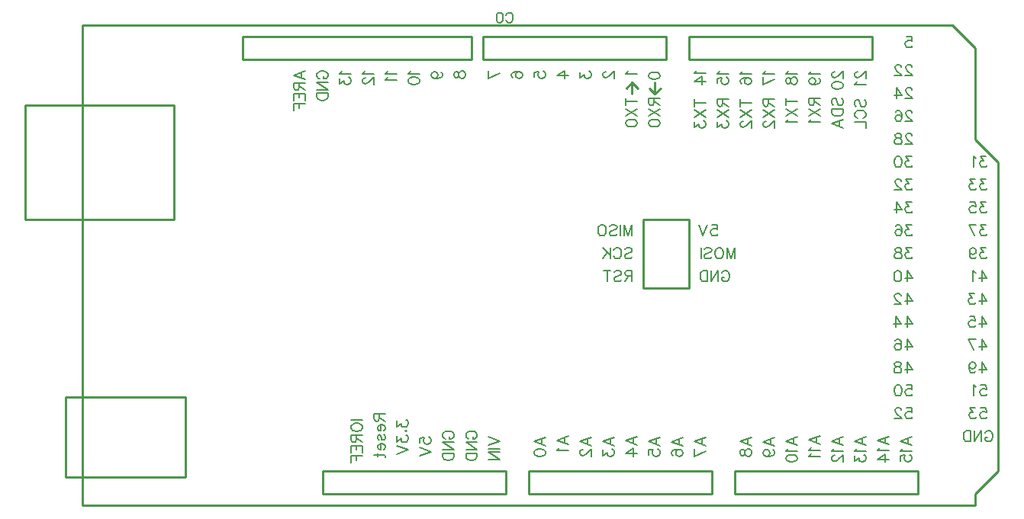
<source format=gbo>
G04 Layer: BottomSilkscreenLayer*
G04 EasyEDA v6.5.23, 2023-06-13 15:00:51*
G04 dacc78a0dacf4a2ba8dfb7ea8c58147c,5f8968b253fc4aed9fc2cb8881c97923,10*
G04 Gerber Generator version 0.2*
G04 Scale: 100 percent, Rotated: No, Reflected: No *
G04 Dimensions in inches *
G04 leading zeros omitted , absolute positions ,3 integer and 6 decimal *
%FSLAX36Y36*%
%MOIN*%

%ADD10C,0.0060*%
%ADD11C,0.0080*%
%ADD12C,0.0100*%

%LPD*%
D10*
X1849300Y2145200D02*
G01*
X1851400Y2149299D01*
X1855500Y2153400D01*
X1859499Y2155399D01*
X1867700Y2155399D01*
X1871800Y2153400D01*
X1875900Y2149299D01*
X1878000Y2145200D01*
X1880000Y2139000D01*
X1880000Y2128800D01*
X1878000Y2122700D01*
X1875900Y2118600D01*
X1871800Y2114499D01*
X1867700Y2112500D01*
X1859499Y2112500D01*
X1855500Y2114499D01*
X1851400Y2118600D01*
X1849300Y2122700D01*
X1823500Y2155399D02*
G01*
X1829700Y2153400D01*
X1833800Y2147199D01*
X1835799Y2136999D01*
X1835799Y2130900D01*
X1833800Y2120599D01*
X1829700Y2114499D01*
X1823500Y2112500D01*
X1819499Y2112500D01*
X1813299Y2114499D01*
X1809200Y2120599D01*
X1807200Y2130900D01*
X1807200Y2136999D01*
X1809200Y2147199D01*
X1813299Y2153400D01*
X1819499Y2155399D01*
X1823500Y2155399D01*
D11*
X3597727Y2050455D02*
G01*
X3620455Y2050455D01*
X3622727Y2030000D01*
X3620455Y2032273D01*
X3613635Y2034544D01*
X3606818Y2034544D01*
X3600000Y2032273D01*
X3595455Y2027726D01*
X3593181Y2020909D01*
X3593181Y2016363D01*
X3595455Y2009544D01*
X3600000Y2005000D01*
X3606818Y2002726D01*
X3613635Y2002726D01*
X3620455Y2005000D01*
X3622727Y2007273D01*
X3625000Y2011817D01*
X3572700Y281799D02*
G01*
X3620500Y300000D01*
X3572700Y281799D02*
G01*
X3620500Y263600D01*
X3604499Y293200D02*
G01*
X3604499Y270500D01*
X3581800Y248600D02*
G01*
X3579499Y244099D01*
X3572700Y237300D01*
X3620500Y237300D01*
X3572700Y195000D02*
G01*
X3572700Y217699D01*
X3593199Y220000D01*
X3590900Y217699D01*
X3588599Y210900D01*
X3588599Y204099D01*
X3590900Y197300D01*
X3595500Y192699D01*
X3602299Y190500D01*
X3606800Y190500D01*
X3613599Y192699D01*
X3618199Y197300D01*
X3620500Y204099D01*
X3620500Y210900D01*
X3618199Y217699D01*
X3615900Y220000D01*
X3611400Y222300D01*
X2400000Y1227300D02*
G01*
X2400000Y1179499D01*
X2400000Y1227300D02*
G01*
X2381800Y1179499D01*
X2363599Y1227300D02*
G01*
X2381800Y1179499D01*
X2363599Y1227300D02*
G01*
X2363599Y1179499D01*
X2348599Y1227300D02*
G01*
X2348599Y1179499D01*
X2301800Y1220500D02*
G01*
X2306400Y1225000D01*
X2313199Y1227300D01*
X2322299Y1227300D01*
X2329099Y1225000D01*
X2333599Y1220500D01*
X2333599Y1215900D01*
X2331400Y1211399D01*
X2329099Y1209099D01*
X2324499Y1206799D01*
X2310900Y1202300D01*
X2306400Y1200000D01*
X2304099Y1197699D01*
X2301800Y1193200D01*
X2301800Y1186399D01*
X2306400Y1181799D01*
X2313199Y1179499D01*
X2322299Y1179499D01*
X2329099Y1181799D01*
X2333599Y1186399D01*
X2273199Y1227300D02*
G01*
X2277700Y1225000D01*
X2282299Y1220500D01*
X2284499Y1215900D01*
X2286800Y1209099D01*
X2286800Y1197699D01*
X2284499Y1190900D01*
X2282299Y1186399D01*
X2277700Y1181799D01*
X2273199Y1179499D01*
X2264099Y1179499D01*
X2259499Y1181799D01*
X2255000Y1186399D01*
X2252700Y1190900D01*
X2250500Y1197699D01*
X2250500Y1209099D01*
X2252700Y1215900D01*
X2255000Y1220500D01*
X2259499Y1225000D01*
X2264099Y1227300D01*
X2273199Y1227300D01*
X2368199Y1120500D02*
G01*
X2372700Y1125000D01*
X2379499Y1127300D01*
X2388599Y1127300D01*
X2395500Y1125000D01*
X2400000Y1120500D01*
X2400000Y1115900D01*
X2397700Y1111399D01*
X2395500Y1109099D01*
X2390900Y1106799D01*
X2377299Y1102300D01*
X2372700Y1100000D01*
X2370500Y1097699D01*
X2368199Y1093200D01*
X2368199Y1086399D01*
X2372700Y1081799D01*
X2379499Y1079499D01*
X2388599Y1079499D01*
X2395500Y1081799D01*
X2400000Y1086399D01*
X2319099Y1115900D02*
G01*
X2321400Y1120500D01*
X2325900Y1125000D01*
X2330500Y1127300D01*
X2339499Y1127300D01*
X2344099Y1125000D01*
X2348599Y1120500D01*
X2350900Y1115900D01*
X2353199Y1109099D01*
X2353199Y1097699D01*
X2350900Y1090900D01*
X2348599Y1086399D01*
X2344099Y1081799D01*
X2339499Y1079499D01*
X2330500Y1079499D01*
X2325900Y1081799D01*
X2321400Y1086399D01*
X2319099Y1090900D01*
X2304099Y1127300D02*
G01*
X2304099Y1079499D01*
X2272299Y1127300D02*
G01*
X2304099Y1095500D01*
X2292700Y1106799D02*
G01*
X2272299Y1079499D01*
X2400000Y1027294D02*
G01*
X2400000Y979495D01*
X2400000Y1027294D02*
G01*
X2379499Y1027294D01*
X2372700Y1024994D01*
X2370500Y1022694D01*
X2368199Y1018195D01*
X2368199Y1013595D01*
X2370500Y1009095D01*
X2372700Y1006795D01*
X2379499Y1004495D01*
X2400000Y1004495D01*
X2384099Y1004495D02*
G01*
X2368199Y979495D01*
X2321400Y1020495D02*
G01*
X2325900Y1024994D01*
X2332700Y1027294D01*
X2341800Y1027294D01*
X2348599Y1024994D01*
X2353199Y1020495D01*
X2353199Y1015895D01*
X2350900Y1011395D01*
X2348599Y1009095D01*
X2344099Y1006795D01*
X2330500Y1002294D01*
X2325900Y999994D01*
X2323599Y997694D01*
X2321400Y993195D01*
X2321400Y986395D01*
X2325900Y981795D01*
X2332700Y979495D01*
X2341800Y979495D01*
X2348599Y981795D01*
X2353199Y986395D01*
X2290500Y1027294D02*
G01*
X2290500Y979495D01*
X2306400Y1027294D02*
G01*
X2274499Y1027294D01*
X2790900Y1015900D02*
G01*
X2793199Y1020500D01*
X2797700Y1025000D01*
X2802299Y1027300D01*
X2811400Y1027300D01*
X2815900Y1025000D01*
X2820500Y1020500D01*
X2822700Y1015900D01*
X2825000Y1009099D01*
X2825000Y997699D01*
X2822700Y990900D01*
X2820500Y986399D01*
X2815900Y981799D01*
X2811400Y979499D01*
X2802299Y979499D01*
X2797700Y981799D01*
X2793199Y986399D01*
X2790900Y990900D01*
X2790900Y997699D01*
X2802299Y997699D02*
G01*
X2790900Y997699D01*
X2775900Y1027300D02*
G01*
X2775900Y979499D01*
X2775900Y1027300D02*
G01*
X2744099Y979499D01*
X2744099Y1027300D02*
G01*
X2744099Y979499D01*
X2729099Y1027300D02*
G01*
X2729099Y979499D01*
X2729099Y1027300D02*
G01*
X2713199Y1027300D01*
X2706400Y1025000D01*
X2701800Y1020500D01*
X2699499Y1015900D01*
X2697299Y1009099D01*
X2697299Y997699D01*
X2699499Y990900D01*
X2701800Y986399D01*
X2706400Y981799D01*
X2713199Y979499D01*
X2729099Y979499D01*
X2850000Y1127300D02*
G01*
X2850000Y1079499D01*
X2850000Y1127300D02*
G01*
X2831800Y1079499D01*
X2813599Y1127300D02*
G01*
X2831800Y1079499D01*
X2813599Y1127300D02*
G01*
X2813599Y1079499D01*
X2785000Y1127300D02*
G01*
X2789499Y1125000D01*
X2794099Y1120500D01*
X2796400Y1115900D01*
X2798599Y1109099D01*
X2798599Y1097699D01*
X2796400Y1090900D01*
X2794099Y1086399D01*
X2789499Y1081799D01*
X2785000Y1079499D01*
X2775900Y1079499D01*
X2771400Y1081799D01*
X2766800Y1086399D01*
X2764499Y1090900D01*
X2762299Y1097699D01*
X2762299Y1109099D01*
X2764499Y1115900D01*
X2766800Y1120500D01*
X2771400Y1125000D01*
X2775900Y1127300D01*
X2785000Y1127300D01*
X2715500Y1120500D02*
G01*
X2720000Y1125000D01*
X2726800Y1127300D01*
X2735900Y1127300D01*
X2742700Y1125000D01*
X2747299Y1120500D01*
X2747299Y1115900D01*
X2745000Y1111399D01*
X2742700Y1109099D01*
X2738199Y1106799D01*
X2724499Y1102300D01*
X2720000Y1100000D01*
X2717700Y1097699D01*
X2715500Y1093200D01*
X2715500Y1086399D01*
X2720000Y1081799D01*
X2726800Y1079499D01*
X2735900Y1079499D01*
X2742700Y1081799D01*
X2747299Y1086399D01*
X2700500Y1127300D02*
G01*
X2700500Y1079499D01*
X2747700Y1227300D02*
G01*
X2770500Y1227300D01*
X2772700Y1206799D01*
X2770500Y1209099D01*
X2763599Y1211399D01*
X2756800Y1211399D01*
X2750000Y1209099D01*
X2745500Y1204499D01*
X2743199Y1197699D01*
X2743199Y1193200D01*
X2745500Y1186399D01*
X2750000Y1181799D01*
X2756800Y1179499D01*
X2763599Y1179499D01*
X2770500Y1181799D01*
X2772700Y1184099D01*
X2775000Y1188600D01*
X2728199Y1227300D02*
G01*
X2710000Y1179499D01*
X2691800Y1227300D02*
G01*
X2710000Y1179499D01*
X1172700Y375000D02*
G01*
X1220500Y375000D01*
X1172700Y346399D02*
G01*
X1175000Y350900D01*
X1179499Y355500D01*
X1184099Y357699D01*
X1190900Y360000D01*
X1202299Y360000D01*
X1209099Y357699D01*
X1213599Y355500D01*
X1218199Y350900D01*
X1220500Y346399D01*
X1220500Y337300D01*
X1218199Y332699D01*
X1213599Y328200D01*
X1209099Y325900D01*
X1202299Y323600D01*
X1190900Y323600D01*
X1184099Y325900D01*
X1179499Y328200D01*
X1175000Y332699D01*
X1172700Y337300D01*
X1172700Y346399D01*
X1172700Y308600D02*
G01*
X1220500Y308600D01*
X1172700Y308600D02*
G01*
X1172700Y288200D01*
X1175000Y281399D01*
X1177299Y279099D01*
X1181800Y276799D01*
X1186400Y276799D01*
X1190900Y279099D01*
X1193199Y281399D01*
X1195500Y288200D01*
X1195500Y308600D01*
X1195500Y292699D02*
G01*
X1220500Y276799D01*
X1172700Y261799D02*
G01*
X1220500Y261799D01*
X1172700Y261799D02*
G01*
X1172700Y232300D01*
X1195500Y261799D02*
G01*
X1195500Y243600D01*
X1220500Y261799D02*
G01*
X1220500Y232300D01*
X1172700Y217300D02*
G01*
X1220500Y217300D01*
X1172700Y217300D02*
G01*
X1172700Y187699D01*
X1195500Y217300D02*
G01*
X1195500Y199099D01*
X1272700Y400000D02*
G01*
X1320500Y400000D01*
X1272700Y400000D02*
G01*
X1272700Y379499D01*
X1275000Y372699D01*
X1277299Y370500D01*
X1281800Y368200D01*
X1286400Y368200D01*
X1290900Y370500D01*
X1293199Y372699D01*
X1295500Y379499D01*
X1295500Y400000D01*
X1295500Y384099D02*
G01*
X1320500Y368200D01*
X1302299Y353200D02*
G01*
X1302299Y325900D01*
X1297700Y325900D01*
X1293199Y328200D01*
X1290900Y330500D01*
X1288599Y335000D01*
X1288599Y341799D01*
X1290900Y346399D01*
X1295500Y350900D01*
X1302299Y353200D01*
X1306800Y353200D01*
X1313599Y350900D01*
X1318199Y346399D01*
X1320500Y341799D01*
X1320500Y335000D01*
X1318199Y330500D01*
X1313599Y325900D01*
X1295500Y285900D02*
G01*
X1290900Y288200D01*
X1288599Y295000D01*
X1288599Y301799D01*
X1290900Y308600D01*
X1295500Y310900D01*
X1300000Y308600D01*
X1302299Y304099D01*
X1304499Y292699D01*
X1306800Y288200D01*
X1311400Y285900D01*
X1313599Y285900D01*
X1318199Y288200D01*
X1320500Y295000D01*
X1320500Y301799D01*
X1318199Y308600D01*
X1313599Y310900D01*
X1302299Y270900D02*
G01*
X1302299Y243600D01*
X1297700Y243600D01*
X1293199Y245900D01*
X1290900Y248200D01*
X1288599Y252699D01*
X1288599Y259499D01*
X1290900Y264099D01*
X1295500Y268600D01*
X1302299Y270900D01*
X1306800Y270900D01*
X1313599Y268600D01*
X1318199Y264099D01*
X1320500Y259499D01*
X1320500Y252699D01*
X1318199Y248200D01*
X1313599Y243600D01*
X1272700Y221799D02*
G01*
X1311400Y221799D01*
X1318199Y219499D01*
X1320500Y215000D01*
X1320500Y210500D01*
X1288599Y228600D02*
G01*
X1288599Y212699D01*
X1372700Y370500D02*
G01*
X1372700Y345500D01*
X1390900Y359099D01*
X1390900Y352300D01*
X1393199Y347699D01*
X1395500Y345500D01*
X1402299Y343200D01*
X1406800Y343200D01*
X1413599Y345500D01*
X1418199Y350000D01*
X1420500Y356799D01*
X1420500Y363600D01*
X1418199Y370500D01*
X1415900Y372699D01*
X1411400Y375000D01*
X1409099Y325900D02*
G01*
X1411400Y328200D01*
X1413599Y325900D01*
X1411400Y323600D01*
X1409099Y325900D01*
X1372700Y304099D02*
G01*
X1372700Y279099D01*
X1390900Y292699D01*
X1390900Y285900D01*
X1393199Y281399D01*
X1395500Y279099D01*
X1402299Y276799D01*
X1406800Y276799D01*
X1413599Y279099D01*
X1418199Y283600D01*
X1420500Y290500D01*
X1420500Y297300D01*
X1418199Y304099D01*
X1415900Y306399D01*
X1411400Y308600D01*
X1372700Y261799D02*
G01*
X1420500Y243600D01*
X1372700Y225500D02*
G01*
X1420500Y243600D01*
X1472700Y272701D02*
G01*
X1472700Y295500D01*
X1493199Y297701D01*
X1490900Y295500D01*
X1488599Y288600D01*
X1488599Y281801D01*
X1490900Y275001D01*
X1495500Y270500D01*
X1502299Y268200D01*
X1506800Y268200D01*
X1513599Y270500D01*
X1518199Y275001D01*
X1520500Y281801D01*
X1520500Y288600D01*
X1518199Y295500D01*
X1515900Y297701D01*
X1511400Y300001D01*
X1472700Y253200D02*
G01*
X1520500Y235001D01*
X1472700Y216801D02*
G01*
X1520500Y235001D01*
X1584099Y290900D02*
G01*
X1579499Y293200D01*
X1575000Y297699D01*
X1572700Y302300D01*
X1572700Y311399D01*
X1575000Y315900D01*
X1579499Y320500D01*
X1584099Y322699D01*
X1590900Y325000D01*
X1602299Y325000D01*
X1609099Y322699D01*
X1613599Y320500D01*
X1618199Y315900D01*
X1620500Y311399D01*
X1620500Y302300D01*
X1618199Y297699D01*
X1613599Y293200D01*
X1609099Y290900D01*
X1602299Y290900D01*
X1602299Y302300D02*
G01*
X1602299Y290900D01*
X1572700Y275900D02*
G01*
X1620500Y275900D01*
X1572700Y275900D02*
G01*
X1620500Y244099D01*
X1572700Y244099D02*
G01*
X1620500Y244099D01*
X1572700Y229099D02*
G01*
X1620500Y229099D01*
X1572700Y229099D02*
G01*
X1572700Y213200D01*
X1575000Y206399D01*
X1579499Y201799D01*
X1584099Y199499D01*
X1590900Y197300D01*
X1602299Y197300D01*
X1609099Y199499D01*
X1613599Y201799D01*
X1618199Y206399D01*
X1620500Y213200D01*
X1620500Y229099D01*
X1685900Y290900D02*
G01*
X1681400Y293200D01*
X1676800Y297699D01*
X1674499Y302300D01*
X1674499Y311399D01*
X1676800Y315900D01*
X1681400Y320500D01*
X1685900Y322699D01*
X1692700Y325000D01*
X1704099Y325000D01*
X1710900Y322699D01*
X1715500Y320500D01*
X1720000Y315900D01*
X1722299Y311399D01*
X1722299Y302300D01*
X1720000Y297699D01*
X1715500Y293200D01*
X1710900Y290900D01*
X1704099Y290900D01*
X1704099Y302300D02*
G01*
X1704099Y290900D01*
X1674499Y275900D02*
G01*
X1722299Y275900D01*
X1674499Y275900D02*
G01*
X1722299Y244099D01*
X1674499Y244099D02*
G01*
X1722299Y244099D01*
X1674499Y229099D02*
G01*
X1722299Y229099D01*
X1674499Y229099D02*
G01*
X1674499Y213200D01*
X1676800Y206399D01*
X1681400Y201799D01*
X1685900Y199499D01*
X1692700Y197300D01*
X1704099Y197300D01*
X1710900Y199499D01*
X1715500Y201799D01*
X1720000Y206399D01*
X1722299Y213200D01*
X1722299Y229099D01*
X1772700Y300001D02*
G01*
X1820500Y281801D01*
X1772700Y263600D02*
G01*
X1820500Y281801D01*
X1772700Y248600D02*
G01*
X1820500Y248600D01*
X1772700Y233600D02*
G01*
X1820500Y233600D01*
X1772700Y233600D02*
G01*
X1820500Y201801D01*
X1772700Y201801D02*
G01*
X1820500Y201801D01*
X1972700Y280500D02*
G01*
X2020500Y298701D01*
X1972700Y280500D02*
G01*
X2020500Y262301D01*
X2004499Y291900D02*
G01*
X2004499Y269200D01*
X1972700Y233701D02*
G01*
X1975000Y240500D01*
X1981800Y245100D01*
X1993199Y247301D01*
X2000000Y247301D01*
X2011400Y245100D01*
X2018199Y240500D01*
X2020500Y233701D01*
X2020500Y229200D01*
X2018199Y222301D01*
X2011400Y217800D01*
X2000000Y215500D01*
X1993199Y215500D01*
X1981800Y217800D01*
X1975000Y222301D01*
X1972700Y229200D01*
X1972700Y233701D01*
X2072700Y285000D02*
G01*
X2120500Y303200D01*
X2072700Y285000D02*
G01*
X2120500Y266799D01*
X2104499Y296399D02*
G01*
X2104499Y273699D01*
X2081800Y251799D02*
G01*
X2079499Y247300D01*
X2072700Y240500D01*
X2120500Y240500D01*
X2172700Y280500D02*
G01*
X2220500Y298701D01*
X2172700Y280500D02*
G01*
X2220500Y262301D01*
X2204499Y291900D02*
G01*
X2204499Y269200D01*
X2184099Y245100D02*
G01*
X2181800Y245100D01*
X2177299Y242800D01*
X2175000Y240500D01*
X2172700Y236001D01*
X2172700Y226900D01*
X2175000Y222301D01*
X2177299Y220100D01*
X2181800Y217800D01*
X2186400Y217800D01*
X2190900Y220100D01*
X2197700Y224600D01*
X2220500Y247301D01*
X2220500Y215500D01*
X2272700Y280500D02*
G01*
X2320500Y298701D01*
X2272700Y280500D02*
G01*
X2320500Y262301D01*
X2304499Y291900D02*
G01*
X2304499Y269200D01*
X2272700Y242800D02*
G01*
X2272700Y217800D01*
X2290900Y231401D01*
X2290900Y224600D01*
X2293199Y220100D01*
X2295500Y217800D01*
X2302299Y215500D01*
X2306800Y215500D01*
X2313599Y217800D01*
X2318199Y222301D01*
X2320500Y229200D01*
X2320500Y236001D01*
X2318199Y242800D01*
X2315900Y245100D01*
X2311400Y247301D01*
X2372700Y282800D02*
G01*
X2420500Y300999D01*
X2372700Y282800D02*
G01*
X2420500Y264600D01*
X2404499Y294200D02*
G01*
X2404499Y271500D01*
X2372700Y226900D02*
G01*
X2404499Y249600D01*
X2404499Y215500D01*
X2372700Y226900D02*
G01*
X2420500Y226900D01*
X2472700Y280500D02*
G01*
X2520500Y298701D01*
X2472700Y280500D02*
G01*
X2520500Y262301D01*
X2504499Y291900D02*
G01*
X2504499Y269200D01*
X2472700Y220100D02*
G01*
X2472700Y242800D01*
X2493199Y245100D01*
X2490900Y242800D01*
X2488599Y236001D01*
X2488599Y229200D01*
X2490900Y222301D01*
X2495500Y217800D01*
X2502299Y215500D01*
X2506800Y215500D01*
X2513599Y217800D01*
X2518199Y222301D01*
X2520500Y229200D01*
X2520500Y236001D01*
X2518199Y242800D01*
X2515900Y245100D01*
X2511400Y247301D01*
X2572700Y278200D02*
G01*
X2620500Y296401D01*
X2572700Y278200D02*
G01*
X2620500Y260001D01*
X2604499Y289600D02*
G01*
X2604499Y266900D01*
X2579499Y217800D02*
G01*
X2575000Y220001D01*
X2572700Y226900D01*
X2572700Y231401D01*
X2575000Y238200D01*
X2581800Y242800D01*
X2593199Y245001D01*
X2604499Y245001D01*
X2613599Y242800D01*
X2618199Y238200D01*
X2620500Y231401D01*
X2620500Y229101D01*
X2618199Y222301D01*
X2613599Y217800D01*
X2606800Y215500D01*
X2604499Y215500D01*
X2597700Y217800D01*
X2593199Y222301D01*
X2590900Y229101D01*
X2590900Y231401D01*
X2593199Y238200D01*
X2597700Y242800D01*
X2604499Y245001D01*
X2672700Y280500D02*
G01*
X2720500Y298701D01*
X2672700Y280500D02*
G01*
X2720500Y262301D01*
X2704499Y291900D02*
G01*
X2704499Y269200D01*
X2672700Y215500D02*
G01*
X2720500Y238200D01*
X2672700Y247301D02*
G01*
X2672700Y215500D01*
X2872700Y280500D02*
G01*
X2920500Y298701D01*
X2872700Y280500D02*
G01*
X2920500Y262301D01*
X2904499Y291900D02*
G01*
X2904499Y269200D01*
X2872700Y236001D02*
G01*
X2875000Y242800D01*
X2879499Y245100D01*
X2884099Y245100D01*
X2888599Y242800D01*
X2890900Y238200D01*
X2893199Y229200D01*
X2895500Y222301D01*
X2900000Y217800D01*
X2904499Y215500D01*
X2911400Y215500D01*
X2915900Y217800D01*
X2918199Y220100D01*
X2920500Y226900D01*
X2920500Y236001D01*
X2918199Y242800D01*
X2915900Y245100D01*
X2911400Y247301D01*
X2904499Y247301D01*
X2900000Y245100D01*
X2895500Y240500D01*
X2893199Y233701D01*
X2890900Y224600D01*
X2888599Y220100D01*
X2884099Y217800D01*
X2879499Y217800D01*
X2875000Y220100D01*
X2872700Y226900D01*
X2872700Y236001D01*
X2972700Y278198D02*
G01*
X3020500Y296399D01*
X2972700Y278198D02*
G01*
X3020500Y259998D01*
X3004499Y289598D02*
G01*
X3004499Y266898D01*
X2988599Y215498D02*
G01*
X2995500Y217798D01*
X3000000Y222298D01*
X3002299Y229099D01*
X3002299Y231399D01*
X3000000Y238198D01*
X2995500Y242798D01*
X2988599Y244998D01*
X2986400Y244998D01*
X2979499Y242798D01*
X2975000Y238198D01*
X2972700Y231399D01*
X2972700Y229099D01*
X2975000Y222298D01*
X2979499Y217798D01*
X2988599Y215498D01*
X3000000Y215498D01*
X3011400Y217798D01*
X3018199Y222298D01*
X3020500Y229099D01*
X3020500Y233699D01*
X3018199Y240498D01*
X3013599Y242798D01*
X3072700Y281799D02*
G01*
X3120500Y300000D01*
X3072700Y281799D02*
G01*
X3120500Y263600D01*
X3104499Y293200D02*
G01*
X3104499Y270500D01*
X3081800Y248600D02*
G01*
X3079499Y244099D01*
X3072700Y237300D01*
X3120500Y237300D01*
X3072700Y208600D02*
G01*
X3075000Y215500D01*
X3081800Y220000D01*
X3093199Y222300D01*
X3100000Y222300D01*
X3111400Y220000D01*
X3118199Y215500D01*
X3120500Y208600D01*
X3120500Y204099D01*
X3118199Y197300D01*
X3111400Y192699D01*
X3100000Y190500D01*
X3093199Y190500D01*
X3081800Y192699D01*
X3075000Y197300D01*
X3072700Y204099D01*
X3072700Y208600D01*
X3172700Y286399D02*
G01*
X3220500Y304598D01*
X3172700Y286399D02*
G01*
X3220500Y268198D01*
X3204499Y297799D02*
G01*
X3204499Y275099D01*
X3181800Y253198D02*
G01*
X3179499Y248699D01*
X3172700Y241898D01*
X3220500Y241898D01*
X3181800Y226898D02*
G01*
X3179499Y222298D01*
X3172700Y215498D01*
X3220500Y215498D01*
X3272700Y281799D02*
G01*
X3320500Y300000D01*
X3272700Y281799D02*
G01*
X3320500Y263600D01*
X3304499Y293200D02*
G01*
X3304499Y270500D01*
X3281800Y248600D02*
G01*
X3279499Y244099D01*
X3272700Y237300D01*
X3320500Y237300D01*
X3284099Y220000D02*
G01*
X3281800Y220000D01*
X3277299Y217699D01*
X3275000Y215500D01*
X3272700Y210900D01*
X3272700Y201799D01*
X3275000Y197300D01*
X3277299Y195000D01*
X3281800Y192699D01*
X3286400Y192699D01*
X3290900Y195000D01*
X3297700Y199499D01*
X3320500Y222300D01*
X3320500Y190500D01*
X3372700Y281799D02*
G01*
X3420500Y300000D01*
X3372700Y281799D02*
G01*
X3420500Y263600D01*
X3404499Y293200D02*
G01*
X3404499Y270500D01*
X3381800Y248600D02*
G01*
X3379499Y244099D01*
X3372700Y237300D01*
X3420500Y237300D01*
X3372700Y217699D02*
G01*
X3372700Y192699D01*
X3390900Y206399D01*
X3390900Y199499D01*
X3393199Y195000D01*
X3395500Y192699D01*
X3402299Y190500D01*
X3406800Y190500D01*
X3413599Y192699D01*
X3418199Y197300D01*
X3420500Y204099D01*
X3420500Y210900D01*
X3418199Y217699D01*
X3415900Y220000D01*
X3411400Y222300D01*
X3472700Y284099D02*
G01*
X3520500Y302298D01*
X3472700Y284099D02*
G01*
X3520500Y265898D01*
X3504499Y295498D02*
G01*
X3504499Y272799D01*
X3481800Y250898D02*
G01*
X3479499Y246399D01*
X3472700Y239598D01*
X3520500Y239598D01*
X3472700Y201799D02*
G01*
X3504499Y224598D01*
X3504499Y190498D01*
X3472700Y201799D02*
G01*
X3520500Y201799D01*
X3379499Y1743200D02*
G01*
X3375000Y1747701D01*
X3372700Y1754501D01*
X3372700Y1763600D01*
X3375000Y1770500D01*
X3379499Y1775001D01*
X3384099Y1775001D01*
X3388599Y1772701D01*
X3390900Y1770500D01*
X3393199Y1765900D01*
X3397700Y1752301D01*
X3400000Y1747701D01*
X3402299Y1745500D01*
X3406800Y1743200D01*
X3413599Y1743200D01*
X3418199Y1747701D01*
X3420500Y1754501D01*
X3420500Y1763600D01*
X3418199Y1770500D01*
X3413599Y1775001D01*
X3384099Y1694101D02*
G01*
X3379499Y1696401D01*
X3375000Y1700900D01*
X3372700Y1705500D01*
X3372700Y1714501D01*
X3375000Y1719101D01*
X3379499Y1723600D01*
X3384099Y1725900D01*
X3390900Y1728200D01*
X3402299Y1728200D01*
X3409099Y1725900D01*
X3413599Y1723600D01*
X3418199Y1719101D01*
X3420500Y1714501D01*
X3420500Y1705500D01*
X3418199Y1700900D01*
X3413599Y1696401D01*
X3409099Y1694101D01*
X3372700Y1679101D02*
G01*
X3420500Y1679101D01*
X3420500Y1679101D02*
G01*
X3420500Y1651801D01*
X3279499Y1750000D02*
G01*
X3275000Y1754499D01*
X3272700Y1761300D01*
X3272700Y1770399D01*
X3275000Y1777300D01*
X3279499Y1781799D01*
X3284099Y1781799D01*
X3288599Y1779499D01*
X3290900Y1777300D01*
X3293199Y1772699D01*
X3297700Y1759099D01*
X3300000Y1754499D01*
X3302299Y1752300D01*
X3306800Y1750000D01*
X3313599Y1750000D01*
X3318199Y1754499D01*
X3320500Y1761300D01*
X3320500Y1770399D01*
X3318199Y1777300D01*
X3313599Y1781799D01*
X3272700Y1735000D02*
G01*
X3320500Y1735000D01*
X3272700Y1735000D02*
G01*
X3272700Y1719099D01*
X3275000Y1712300D01*
X3279499Y1707699D01*
X3284099Y1705399D01*
X3290900Y1703200D01*
X3302299Y1703200D01*
X3309099Y1705399D01*
X3313599Y1707699D01*
X3318199Y1712300D01*
X3320500Y1719099D01*
X3320500Y1735000D01*
X3272700Y1670000D02*
G01*
X3320500Y1688200D01*
X3272700Y1670000D02*
G01*
X3320500Y1651799D01*
X3304499Y1681300D02*
G01*
X3304499Y1658600D01*
X3172700Y1781799D02*
G01*
X3220500Y1781799D01*
X3172700Y1781799D02*
G01*
X3172700Y1761300D01*
X3175000Y1754499D01*
X3177299Y1752300D01*
X3181800Y1750000D01*
X3186400Y1750000D01*
X3190900Y1752300D01*
X3193199Y1754499D01*
X3195500Y1761300D01*
X3195500Y1781799D01*
X3195500Y1765900D02*
G01*
X3220500Y1750000D01*
X3172700Y1735000D02*
G01*
X3220500Y1703200D01*
X3172700Y1703200D02*
G01*
X3220500Y1735000D01*
X3181800Y1688200D02*
G01*
X3179499Y1683600D01*
X3172700Y1676799D01*
X3220500Y1676799D01*
X3072700Y1765900D02*
G01*
X3120500Y1765900D01*
X3072700Y1781799D02*
G01*
X3072700Y1750000D01*
X3072700Y1735000D02*
G01*
X3120500Y1703200D01*
X3072700Y1703200D02*
G01*
X3120500Y1735000D01*
X3081800Y1688200D02*
G01*
X3079499Y1683600D01*
X3072700Y1676799D01*
X3120500Y1676799D01*
X2972700Y1777300D02*
G01*
X3020500Y1777300D01*
X2972700Y1777300D02*
G01*
X2972700Y1756799D01*
X2975000Y1750000D01*
X2977299Y1747800D01*
X2981800Y1745500D01*
X2986400Y1745500D01*
X2990900Y1747800D01*
X2993199Y1750000D01*
X2995500Y1756799D01*
X2995500Y1777300D01*
X2995500Y1761399D02*
G01*
X3020500Y1745500D01*
X2972700Y1730500D02*
G01*
X3020500Y1698699D01*
X2972700Y1698699D02*
G01*
X3020500Y1730500D01*
X2984099Y1681399D02*
G01*
X2981800Y1681399D01*
X2977299Y1679099D01*
X2975000Y1676799D01*
X2972700Y1672300D01*
X2972700Y1663200D01*
X2975000Y1658699D01*
X2977299Y1656399D01*
X2981800Y1654099D01*
X2986400Y1654099D01*
X2990900Y1656399D01*
X2997700Y1660900D01*
X3020500Y1683699D01*
X3020500Y1651799D01*
X2872700Y1761399D02*
G01*
X2920500Y1761399D01*
X2872700Y1777300D02*
G01*
X2872700Y1745500D01*
X2872700Y1730500D02*
G01*
X2920500Y1698699D01*
X2872700Y1698699D02*
G01*
X2920500Y1730500D01*
X2884099Y1681399D02*
G01*
X2881800Y1681399D01*
X2877299Y1679099D01*
X2875000Y1676799D01*
X2872700Y1672300D01*
X2872700Y1663200D01*
X2875000Y1658699D01*
X2877299Y1656399D01*
X2881800Y1654099D01*
X2886400Y1654099D01*
X2890900Y1656399D01*
X2897700Y1660900D01*
X2920500Y1683699D01*
X2920500Y1651799D01*
X2772700Y1777300D02*
G01*
X2820500Y1777300D01*
X2772700Y1777300D02*
G01*
X2772700Y1756799D01*
X2775000Y1750000D01*
X2777299Y1747800D01*
X2781800Y1745500D01*
X2786400Y1745500D01*
X2790900Y1747800D01*
X2793199Y1750000D01*
X2795500Y1756799D01*
X2795500Y1777300D01*
X2795500Y1761399D02*
G01*
X2820500Y1745500D01*
X2772700Y1730500D02*
G01*
X2820500Y1698699D01*
X2772700Y1698699D02*
G01*
X2820500Y1730500D01*
X2772700Y1679099D02*
G01*
X2772700Y1654099D01*
X2790900Y1667800D01*
X2790900Y1660900D01*
X2793199Y1656399D01*
X2795500Y1654099D01*
X2802299Y1651799D01*
X2806800Y1651799D01*
X2813599Y1654099D01*
X2818199Y1658699D01*
X2820500Y1665500D01*
X2820500Y1672300D01*
X2818199Y1679099D01*
X2815900Y1681399D01*
X2811400Y1683699D01*
X2672700Y1761399D02*
G01*
X2720500Y1761399D01*
X2672700Y1777300D02*
G01*
X2672700Y1745500D01*
X2672700Y1730500D02*
G01*
X2720500Y1698699D01*
X2672700Y1698699D02*
G01*
X2720500Y1730500D01*
X2672700Y1679099D02*
G01*
X2672700Y1654099D01*
X2690900Y1667800D01*
X2690900Y1660900D01*
X2693199Y1656399D01*
X2695500Y1654099D01*
X2702299Y1651799D01*
X2706800Y1651799D01*
X2713599Y1654099D01*
X2718199Y1658699D01*
X2720500Y1665500D01*
X2720500Y1672300D01*
X2718199Y1679099D01*
X2715900Y1681399D01*
X2711400Y1683699D01*
X3384099Y1897701D02*
G01*
X3381800Y1897701D01*
X3377299Y1895500D01*
X3375000Y1893200D01*
X3372700Y1888600D01*
X3372700Y1879501D01*
X3375000Y1875001D01*
X3377299Y1872701D01*
X3381800Y1870500D01*
X3386400Y1870500D01*
X3390900Y1872701D01*
X3397700Y1877301D01*
X3420500Y1900001D01*
X3420500Y1868200D01*
X3381800Y1853200D02*
G01*
X3379499Y1848600D01*
X3372700Y1841801D01*
X3420500Y1841801D01*
X3284099Y1897701D02*
G01*
X3281800Y1897701D01*
X3277299Y1895500D01*
X3275000Y1893200D01*
X3272700Y1888600D01*
X3272700Y1879501D01*
X3275000Y1875001D01*
X3277299Y1872701D01*
X3281800Y1870500D01*
X3286400Y1870500D01*
X3290900Y1872701D01*
X3297700Y1877301D01*
X3320500Y1900001D01*
X3320500Y1868200D01*
X3272700Y1839501D02*
G01*
X3275000Y1846401D01*
X3281800Y1850900D01*
X3293199Y1853200D01*
X3300000Y1853200D01*
X3311400Y1850900D01*
X3318199Y1846401D01*
X3320500Y1839501D01*
X3320500Y1835001D01*
X3318199Y1828200D01*
X3311400Y1823600D01*
X3300000Y1821401D01*
X3293199Y1821401D01*
X3281800Y1823600D01*
X3275000Y1828200D01*
X3272700Y1835001D01*
X3272700Y1839501D01*
X3181800Y1897701D02*
G01*
X3179499Y1893200D01*
X3172700Y1886300D01*
X3220500Y1886300D01*
X3188599Y1841801D02*
G01*
X3195500Y1844101D01*
X3200000Y1848600D01*
X3202299Y1855401D01*
X3202299Y1857701D01*
X3200000Y1864501D01*
X3195500Y1869101D01*
X3188599Y1871300D01*
X3186400Y1871300D01*
X3179499Y1869101D01*
X3175000Y1864501D01*
X3172700Y1857701D01*
X3172700Y1855401D01*
X3175000Y1848600D01*
X3179499Y1844101D01*
X3188599Y1841801D01*
X3200000Y1841801D01*
X3211400Y1844101D01*
X3218199Y1848600D01*
X3220500Y1855401D01*
X3220500Y1860001D01*
X3218199Y1866801D01*
X3213599Y1869101D01*
X3081800Y1900001D02*
G01*
X3079499Y1895500D01*
X3072700Y1888600D01*
X3120500Y1888600D01*
X3072700Y1862301D02*
G01*
X3075000Y1869101D01*
X3079499Y1871401D01*
X3084099Y1871401D01*
X3088599Y1869101D01*
X3090900Y1864501D01*
X3093199Y1855500D01*
X3095500Y1848600D01*
X3100000Y1844101D01*
X3104499Y1841801D01*
X3111400Y1841801D01*
X3115900Y1844101D01*
X3118199Y1846401D01*
X3120500Y1853200D01*
X3120500Y1862301D01*
X3118199Y1869101D01*
X3115900Y1871401D01*
X3111400Y1873600D01*
X3104499Y1873600D01*
X3100000Y1871401D01*
X3095500Y1866801D01*
X3093199Y1860001D01*
X3090900Y1850900D01*
X3088599Y1846401D01*
X3084099Y1844101D01*
X3079499Y1844101D01*
X3075000Y1846401D01*
X3072700Y1853200D01*
X3072700Y1862301D01*
X2981800Y1900001D02*
G01*
X2979499Y1895500D01*
X2972700Y1888600D01*
X3020500Y1888600D01*
X2972700Y1841801D02*
G01*
X3020500Y1864501D01*
X2972700Y1873600D02*
G01*
X2972700Y1841801D01*
X2881800Y1897701D02*
G01*
X2879499Y1893200D01*
X2872700Y1886300D01*
X2920500Y1886300D01*
X2879499Y1844101D02*
G01*
X2875000Y1846300D01*
X2872700Y1853200D01*
X2872700Y1857701D01*
X2875000Y1864501D01*
X2881800Y1869101D01*
X2893199Y1871300D01*
X2904499Y1871300D01*
X2913599Y1869101D01*
X2918199Y1864501D01*
X2920500Y1857701D01*
X2920500Y1855401D01*
X2918199Y1848600D01*
X2913599Y1844101D01*
X2906800Y1841801D01*
X2904499Y1841801D01*
X2897700Y1844101D01*
X2893199Y1848600D01*
X2890900Y1855401D01*
X2890900Y1857701D01*
X2893199Y1864501D01*
X2897700Y1869101D01*
X2904499Y1871300D01*
X2781800Y1900001D02*
G01*
X2779499Y1895500D01*
X2772700Y1888600D01*
X2820500Y1888600D01*
X2772700Y1846401D02*
G01*
X2772700Y1869101D01*
X2793199Y1871401D01*
X2790900Y1869101D01*
X2788599Y1862301D01*
X2788599Y1855500D01*
X2790900Y1848600D01*
X2795500Y1844101D01*
X2802299Y1841801D01*
X2806800Y1841801D01*
X2813599Y1844101D01*
X2818199Y1848600D01*
X2820500Y1855500D01*
X2820500Y1862301D01*
X2818199Y1869101D01*
X2815900Y1871401D01*
X2811400Y1873600D01*
X2681800Y1902300D02*
G01*
X2679499Y1897800D01*
X2672700Y1890900D01*
X2720500Y1890900D01*
X2672700Y1853200D02*
G01*
X2704499Y1875900D01*
X2704499Y1841799D01*
X2672700Y1853200D02*
G01*
X2720500Y1853200D01*
X2472700Y1781799D02*
G01*
X2520500Y1781799D01*
X2472700Y1781799D02*
G01*
X2472700Y1761300D01*
X2475000Y1754499D01*
X2477299Y1752300D01*
X2481800Y1750000D01*
X2486400Y1750000D01*
X2490900Y1752300D01*
X2493199Y1754499D01*
X2495500Y1761300D01*
X2495500Y1781799D01*
X2495500Y1765900D02*
G01*
X2520500Y1750000D01*
X2472700Y1735000D02*
G01*
X2520500Y1703200D01*
X2472700Y1703200D02*
G01*
X2520500Y1735000D01*
X2472700Y1674499D02*
G01*
X2475000Y1681300D01*
X2481800Y1685900D01*
X2493199Y1688200D01*
X2500000Y1688200D01*
X2511400Y1685900D01*
X2518199Y1681300D01*
X2520500Y1674499D01*
X2520500Y1670000D01*
X2518199Y1663200D01*
X2511400Y1658600D01*
X2500000Y1656300D01*
X2493199Y1656300D01*
X2481800Y1658600D01*
X2475000Y1663200D01*
X2472700Y1670000D01*
X2472700Y1674499D01*
X2372700Y1765900D02*
G01*
X2420500Y1765900D01*
X2372700Y1781799D02*
G01*
X2372700Y1750000D01*
X2372700Y1735000D02*
G01*
X2420500Y1703200D01*
X2372700Y1703200D02*
G01*
X2420500Y1735000D01*
X2372700Y1674499D02*
G01*
X2375000Y1681300D01*
X2381800Y1685900D01*
X2393199Y1688200D01*
X2400000Y1688200D01*
X2411400Y1685900D01*
X2418199Y1681300D01*
X2420500Y1674499D01*
X2420500Y1670000D01*
X2418199Y1663200D01*
X2411400Y1658600D01*
X2400000Y1656300D01*
X2393199Y1656300D01*
X2381800Y1658600D01*
X2375000Y1663200D01*
X2372700Y1670000D01*
X2372700Y1674499D01*
X2472700Y1881799D02*
G01*
X2475000Y1888598D01*
X2481800Y1893099D01*
X2493199Y1895399D01*
X2500000Y1895399D01*
X2511400Y1893099D01*
X2518199Y1888598D01*
X2520500Y1881799D01*
X2520500Y1877199D01*
X2518199Y1870399D01*
X2511400Y1865898D01*
X2500000Y1863598D01*
X2493199Y1863598D01*
X2481800Y1865898D01*
X2475000Y1870399D01*
X2472700Y1877199D01*
X2472700Y1881799D01*
X2381800Y1899998D02*
G01*
X2379499Y1895498D01*
X2372700Y1888598D01*
X2420500Y1888598D01*
X2284099Y1897699D02*
G01*
X2281800Y1897699D01*
X2277299Y1895500D01*
X2275000Y1893200D01*
X2272700Y1888600D01*
X2272700Y1879499D01*
X2275000Y1875000D01*
X2277299Y1872699D01*
X2281800Y1870500D01*
X2286400Y1870500D01*
X2290900Y1872699D01*
X2297700Y1877300D01*
X2320500Y1900000D01*
X2320500Y1868200D01*
X2172700Y1895498D02*
G01*
X2172700Y1870498D01*
X2190900Y1884099D01*
X2190900Y1877298D01*
X2193199Y1872698D01*
X2195500Y1870498D01*
X2202299Y1868198D01*
X2206800Y1868198D01*
X2213599Y1870498D01*
X2218199Y1874998D01*
X2220500Y1881799D01*
X2220500Y1888598D01*
X2218199Y1895498D01*
X2215900Y1897698D01*
X2211400Y1899998D01*
X2072700Y1879598D02*
G01*
X2104499Y1902298D01*
X2104499Y1868198D01*
X2072700Y1879598D02*
G01*
X2120500Y1879598D01*
X1972700Y1872698D02*
G01*
X1972700Y1895498D01*
X1993199Y1897698D01*
X1990900Y1895498D01*
X1988599Y1888598D01*
X1988599Y1881799D01*
X1990900Y1874998D01*
X1995500Y1870498D01*
X2002299Y1868198D01*
X2006800Y1868198D01*
X2013599Y1870498D01*
X2018199Y1874998D01*
X2020500Y1881799D01*
X2020500Y1888598D01*
X2018199Y1895498D01*
X2015900Y1897698D01*
X2011400Y1899998D01*
X1879499Y1870399D02*
G01*
X1875000Y1872699D01*
X1872700Y1879499D01*
X1872700Y1884099D01*
X1875000Y1890900D01*
X1881800Y1895399D01*
X1893199Y1897699D01*
X1904499Y1897699D01*
X1913599Y1895399D01*
X1918199Y1890900D01*
X1920500Y1884099D01*
X1920500Y1881799D01*
X1918199Y1875000D01*
X1913599Y1870399D01*
X1906800Y1868200D01*
X1904499Y1868200D01*
X1897700Y1870399D01*
X1893199Y1875000D01*
X1890900Y1881799D01*
X1890900Y1884099D01*
X1893199Y1890900D01*
X1897700Y1895399D01*
X1904499Y1897699D01*
X1772700Y1868198D02*
G01*
X1820500Y1890898D01*
X1772700Y1899998D02*
G01*
X1772700Y1868198D01*
X1622700Y1888598D02*
G01*
X1625000Y1895498D01*
X1629499Y1897698D01*
X1634099Y1897698D01*
X1638599Y1895498D01*
X1640900Y1890898D01*
X1643199Y1881799D01*
X1645500Y1874998D01*
X1650000Y1870498D01*
X1654499Y1868198D01*
X1661400Y1868198D01*
X1665900Y1870498D01*
X1668199Y1872698D01*
X1670500Y1879499D01*
X1670500Y1888598D01*
X1668199Y1895498D01*
X1665900Y1897698D01*
X1661400Y1899998D01*
X1654499Y1899998D01*
X1650000Y1897698D01*
X1645500Y1893198D01*
X1643199Y1886399D01*
X1640900Y1877298D01*
X1638599Y1872698D01*
X1634099Y1870498D01*
X1629499Y1870498D01*
X1625000Y1872698D01*
X1622700Y1879499D01*
X1622700Y1888598D01*
X1538599Y1868200D02*
G01*
X1545500Y1870399D01*
X1550000Y1875000D01*
X1552299Y1881799D01*
X1552299Y1884099D01*
X1550000Y1890900D01*
X1545500Y1895399D01*
X1538599Y1897699D01*
X1536400Y1897699D01*
X1529499Y1895399D01*
X1525000Y1890900D01*
X1522700Y1884099D01*
X1522700Y1881799D01*
X1525000Y1875000D01*
X1529499Y1870399D01*
X1538599Y1868200D01*
X1550000Y1868200D01*
X1561400Y1870399D01*
X1568199Y1875000D01*
X1570500Y1881799D01*
X1570500Y1886300D01*
X1568199Y1893200D01*
X1563599Y1895399D01*
X1431800Y1900000D02*
G01*
X1429499Y1895500D01*
X1422700Y1888600D01*
X1470500Y1888600D01*
X1422700Y1860000D02*
G01*
X1425000Y1866799D01*
X1431800Y1871399D01*
X1443199Y1873600D01*
X1450000Y1873600D01*
X1461400Y1871399D01*
X1468199Y1866799D01*
X1470500Y1860000D01*
X1470500Y1855500D01*
X1468199Y1848600D01*
X1461400Y1844099D01*
X1450000Y1841799D01*
X1443199Y1841799D01*
X1431800Y1844099D01*
X1425000Y1848600D01*
X1422700Y1855500D01*
X1422700Y1860000D01*
X1331800Y1900000D02*
G01*
X1329499Y1895500D01*
X1322700Y1888600D01*
X1370500Y1888600D01*
X1331800Y1873600D02*
G01*
X1329499Y1869099D01*
X1322700Y1862300D01*
X1370500Y1862300D01*
X1231800Y1900000D02*
G01*
X1229499Y1895500D01*
X1222700Y1888600D01*
X1270500Y1888600D01*
X1234099Y1871399D02*
G01*
X1231800Y1871399D01*
X1227299Y1869099D01*
X1225000Y1866799D01*
X1222700Y1862300D01*
X1222700Y1853200D01*
X1225000Y1848600D01*
X1227299Y1846399D01*
X1231800Y1844099D01*
X1236400Y1844099D01*
X1240900Y1846399D01*
X1247700Y1850900D01*
X1270500Y1873600D01*
X1270500Y1841799D01*
X1131800Y1900001D02*
G01*
X1129499Y1895500D01*
X1122700Y1888600D01*
X1170500Y1888600D01*
X1122700Y1869101D02*
G01*
X1122700Y1844101D01*
X1140900Y1857701D01*
X1140900Y1850900D01*
X1143199Y1846401D01*
X1145500Y1844101D01*
X1152299Y1841801D01*
X1156800Y1841801D01*
X1163599Y1844101D01*
X1168199Y1848600D01*
X1170500Y1855500D01*
X1170500Y1862301D01*
X1168199Y1869101D01*
X1165900Y1871401D01*
X1161400Y1873600D01*
X1034099Y1865900D02*
G01*
X1029499Y1868200D01*
X1025000Y1872699D01*
X1022700Y1877300D01*
X1022700Y1886399D01*
X1025000Y1890900D01*
X1029499Y1895500D01*
X1034099Y1897699D01*
X1040900Y1900000D01*
X1052299Y1900000D01*
X1059099Y1897699D01*
X1063599Y1895500D01*
X1068199Y1890900D01*
X1070500Y1886399D01*
X1070500Y1877300D01*
X1068199Y1872699D01*
X1063599Y1868200D01*
X1059099Y1865900D01*
X1052299Y1865900D01*
X1052299Y1877300D02*
G01*
X1052299Y1865900D01*
X1022700Y1850900D02*
G01*
X1070500Y1850900D01*
X1022700Y1850900D02*
G01*
X1070500Y1819099D01*
X1022700Y1819099D02*
G01*
X1070500Y1819099D01*
X1022700Y1804099D02*
G01*
X1070500Y1804099D01*
X1022700Y1804099D02*
G01*
X1022700Y1788200D01*
X1025000Y1781399D01*
X1029499Y1776799D01*
X1034099Y1774499D01*
X1040900Y1772300D01*
X1052299Y1772300D01*
X1059099Y1774499D01*
X1063599Y1776799D01*
X1068199Y1781399D01*
X1070500Y1788200D01*
X1070500Y1804099D01*
X922700Y1881799D02*
G01*
X970500Y1900000D01*
X922700Y1881799D02*
G01*
X970500Y1863600D01*
X954499Y1893200D02*
G01*
X954499Y1870500D01*
X922700Y1848600D02*
G01*
X970500Y1848600D01*
X922700Y1848600D02*
G01*
X922700Y1828200D01*
X925000Y1821399D01*
X927299Y1819099D01*
X931800Y1816799D01*
X936400Y1816799D01*
X940900Y1819099D01*
X943199Y1821399D01*
X945500Y1828200D01*
X945500Y1848600D01*
X945500Y1832699D02*
G01*
X970500Y1816799D01*
X922700Y1801799D02*
G01*
X970500Y1801799D01*
X922700Y1801799D02*
G01*
X922700Y1772300D01*
X945500Y1801799D02*
G01*
X945500Y1783600D01*
X970500Y1801799D02*
G01*
X970500Y1772300D01*
X922700Y1757300D02*
G01*
X970500Y1757300D01*
X922700Y1757300D02*
G01*
X922700Y1727699D01*
X945500Y1757300D02*
G01*
X945500Y1739099D01*
X3622700Y1915900D02*
G01*
X3622700Y1918200D01*
X3620500Y1922699D01*
X3618199Y1925000D01*
X3613599Y1927300D01*
X3604499Y1927300D01*
X3600000Y1925000D01*
X3597700Y1922699D01*
X3595500Y1918200D01*
X3595500Y1913600D01*
X3597700Y1909099D01*
X3602299Y1902300D01*
X3625000Y1879499D01*
X3593199Y1879499D01*
X3575900Y1915900D02*
G01*
X3575900Y1918200D01*
X3573599Y1922699D01*
X3571400Y1925000D01*
X3566800Y1927300D01*
X3557700Y1927300D01*
X3553199Y1925000D01*
X3550900Y1922699D01*
X3548599Y1918200D01*
X3548599Y1913600D01*
X3550900Y1909099D01*
X3555500Y1902300D01*
X3578199Y1879499D01*
X3546400Y1879499D01*
X3622700Y1815900D02*
G01*
X3622700Y1818200D01*
X3620500Y1822699D01*
X3618199Y1825000D01*
X3613599Y1827300D01*
X3604499Y1827300D01*
X3600000Y1825000D01*
X3597700Y1822699D01*
X3595500Y1818200D01*
X3595500Y1813600D01*
X3597700Y1809099D01*
X3602299Y1802300D01*
X3625000Y1779499D01*
X3593199Y1779499D01*
X3555500Y1827300D02*
G01*
X3578199Y1795500D01*
X3544099Y1795500D01*
X3555500Y1827300D02*
G01*
X3555500Y1779499D01*
X3622700Y1715900D02*
G01*
X3622700Y1718200D01*
X3620500Y1722699D01*
X3618199Y1725000D01*
X3613599Y1727300D01*
X3604499Y1727300D01*
X3600000Y1725000D01*
X3597700Y1722699D01*
X3595500Y1718200D01*
X3595500Y1713600D01*
X3597700Y1709099D01*
X3602299Y1702300D01*
X3625000Y1679499D01*
X3593199Y1679499D01*
X3550900Y1720500D02*
G01*
X3553199Y1725000D01*
X3560000Y1727300D01*
X3564499Y1727300D01*
X3571400Y1725000D01*
X3575900Y1718200D01*
X3578199Y1706799D01*
X3578199Y1695500D01*
X3575900Y1686399D01*
X3571400Y1681799D01*
X3564499Y1679499D01*
X3562299Y1679499D01*
X3555500Y1681799D01*
X3550900Y1686399D01*
X3548599Y1693200D01*
X3548599Y1695500D01*
X3550900Y1702300D01*
X3555500Y1706799D01*
X3562299Y1709099D01*
X3564499Y1709099D01*
X3571400Y1706799D01*
X3575900Y1702300D01*
X3578199Y1695500D01*
X3622700Y1615900D02*
G01*
X3622700Y1618200D01*
X3620500Y1622699D01*
X3618199Y1625000D01*
X3613599Y1627300D01*
X3604499Y1627300D01*
X3600000Y1625000D01*
X3597700Y1622699D01*
X3595500Y1618200D01*
X3595500Y1613600D01*
X3597700Y1609099D01*
X3602299Y1602300D01*
X3625000Y1579499D01*
X3593199Y1579499D01*
X3566800Y1627300D02*
G01*
X3573599Y1625000D01*
X3575900Y1620500D01*
X3575900Y1615900D01*
X3573599Y1611399D01*
X3569099Y1609099D01*
X3560000Y1606799D01*
X3553199Y1604499D01*
X3548599Y1600000D01*
X3546400Y1595500D01*
X3546400Y1588600D01*
X3548599Y1584099D01*
X3550900Y1581799D01*
X3557700Y1579499D01*
X3566800Y1579499D01*
X3573599Y1581799D01*
X3575900Y1584099D01*
X3578199Y1588600D01*
X3578199Y1595500D01*
X3575900Y1600000D01*
X3571400Y1604499D01*
X3564499Y1606799D01*
X3555500Y1609099D01*
X3550900Y1611399D01*
X3548599Y1615900D01*
X3548599Y1620500D01*
X3550900Y1625000D01*
X3557700Y1627300D01*
X3566800Y1627300D01*
X3620500Y1527300D02*
G01*
X3595500Y1527300D01*
X3609099Y1509099D01*
X3602299Y1509099D01*
X3597700Y1506799D01*
X3595500Y1504499D01*
X3593199Y1497699D01*
X3593199Y1493200D01*
X3595500Y1486399D01*
X3600000Y1481799D01*
X3606800Y1479499D01*
X3613599Y1479499D01*
X3620500Y1481799D01*
X3622700Y1484099D01*
X3625000Y1488600D01*
X3564499Y1527300D02*
G01*
X3571400Y1525000D01*
X3575900Y1518200D01*
X3578199Y1506799D01*
X3578199Y1500000D01*
X3575900Y1488600D01*
X3571400Y1481799D01*
X3564499Y1479499D01*
X3560000Y1479499D01*
X3553199Y1481799D01*
X3548599Y1488600D01*
X3546400Y1500000D01*
X3546400Y1506799D01*
X3548599Y1518200D01*
X3553199Y1525000D01*
X3560000Y1527300D01*
X3564499Y1527300D01*
X3620500Y1427300D02*
G01*
X3595500Y1427300D01*
X3609099Y1409099D01*
X3602299Y1409099D01*
X3597700Y1406799D01*
X3595500Y1404499D01*
X3593199Y1397699D01*
X3593199Y1393200D01*
X3595500Y1386399D01*
X3600000Y1381799D01*
X3606800Y1379499D01*
X3613599Y1379499D01*
X3620500Y1381799D01*
X3622700Y1384099D01*
X3625000Y1388600D01*
X3575900Y1415900D02*
G01*
X3575900Y1418200D01*
X3573599Y1422699D01*
X3571400Y1425000D01*
X3566800Y1427300D01*
X3557700Y1427300D01*
X3553199Y1425000D01*
X3550900Y1422699D01*
X3548599Y1418200D01*
X3548599Y1413600D01*
X3550900Y1409099D01*
X3555500Y1402300D01*
X3578199Y1379499D01*
X3546400Y1379499D01*
X3620500Y1327300D02*
G01*
X3595500Y1327300D01*
X3609099Y1309099D01*
X3602299Y1309099D01*
X3597700Y1306799D01*
X3595500Y1304499D01*
X3593199Y1297699D01*
X3593199Y1293200D01*
X3595500Y1286399D01*
X3600000Y1281799D01*
X3606800Y1279499D01*
X3613599Y1279499D01*
X3620500Y1281799D01*
X3622700Y1284099D01*
X3625000Y1288600D01*
X3555500Y1327300D02*
G01*
X3578199Y1295500D01*
X3544099Y1295500D01*
X3555500Y1327300D02*
G01*
X3555500Y1279499D01*
X3620500Y1227300D02*
G01*
X3595500Y1227300D01*
X3609099Y1209099D01*
X3602299Y1209099D01*
X3597700Y1206799D01*
X3595500Y1204499D01*
X3593199Y1197699D01*
X3593199Y1193200D01*
X3595500Y1186399D01*
X3600000Y1181799D01*
X3606800Y1179499D01*
X3613599Y1179499D01*
X3620500Y1181799D01*
X3622700Y1184099D01*
X3625000Y1188600D01*
X3550900Y1220500D02*
G01*
X3553199Y1225000D01*
X3560000Y1227300D01*
X3564499Y1227300D01*
X3571400Y1225000D01*
X3575900Y1218200D01*
X3578199Y1206799D01*
X3578199Y1195500D01*
X3575900Y1186399D01*
X3571400Y1181799D01*
X3564499Y1179499D01*
X3562299Y1179499D01*
X3555500Y1181799D01*
X3550900Y1186399D01*
X3548599Y1193200D01*
X3548599Y1195500D01*
X3550900Y1202300D01*
X3555500Y1206799D01*
X3562299Y1209099D01*
X3564499Y1209099D01*
X3571400Y1206799D01*
X3575900Y1202300D01*
X3578199Y1195500D01*
X3620500Y1127300D02*
G01*
X3595500Y1127300D01*
X3609099Y1109099D01*
X3602299Y1109099D01*
X3597700Y1106799D01*
X3595500Y1104499D01*
X3593199Y1097699D01*
X3593199Y1093200D01*
X3595500Y1086399D01*
X3600000Y1081799D01*
X3606800Y1079499D01*
X3613599Y1079499D01*
X3620500Y1081799D01*
X3622700Y1084099D01*
X3625000Y1088600D01*
X3566800Y1127300D02*
G01*
X3573599Y1125000D01*
X3575900Y1120500D01*
X3575900Y1115900D01*
X3573599Y1111399D01*
X3569099Y1109099D01*
X3560000Y1106799D01*
X3553199Y1104499D01*
X3548599Y1100000D01*
X3546400Y1095500D01*
X3546400Y1088600D01*
X3548599Y1084099D01*
X3550900Y1081799D01*
X3557700Y1079499D01*
X3566800Y1079499D01*
X3573599Y1081799D01*
X3575900Y1084099D01*
X3578199Y1088600D01*
X3578199Y1095500D01*
X3575900Y1100000D01*
X3571400Y1104499D01*
X3564499Y1106799D01*
X3555500Y1109099D01*
X3550900Y1111399D01*
X3548599Y1115900D01*
X3548599Y1120500D01*
X3550900Y1125000D01*
X3557700Y1127300D01*
X3566800Y1127300D01*
X3602299Y1027300D02*
G01*
X3625000Y995500D01*
X3590900Y995500D01*
X3602299Y1027300D02*
G01*
X3602299Y979499D01*
X3562299Y1027300D02*
G01*
X3569099Y1025000D01*
X3573599Y1018200D01*
X3575900Y1006799D01*
X3575900Y1000000D01*
X3573599Y988600D01*
X3569099Y981799D01*
X3562299Y979499D01*
X3557700Y979499D01*
X3550900Y981799D01*
X3546400Y988600D01*
X3544099Y1000000D01*
X3544099Y1006799D01*
X3546400Y1018200D01*
X3550900Y1025000D01*
X3557700Y1027300D01*
X3562299Y1027300D01*
X3602299Y927300D02*
G01*
X3625000Y895500D01*
X3590900Y895500D01*
X3602299Y927300D02*
G01*
X3602299Y879499D01*
X3573599Y915900D02*
G01*
X3573599Y918200D01*
X3571400Y922699D01*
X3569099Y925000D01*
X3564499Y927300D01*
X3555500Y927300D01*
X3550900Y925000D01*
X3548599Y922699D01*
X3546400Y918200D01*
X3546400Y913600D01*
X3548599Y909099D01*
X3553199Y902300D01*
X3575900Y879499D01*
X3544099Y879499D01*
X3602299Y827300D02*
G01*
X3625000Y795500D01*
X3590900Y795500D01*
X3602299Y827300D02*
G01*
X3602299Y779499D01*
X3553199Y827300D02*
G01*
X3575900Y795500D01*
X3541800Y795500D01*
X3553199Y827300D02*
G01*
X3553199Y779499D01*
X3602299Y727300D02*
G01*
X3625000Y695500D01*
X3590900Y695500D01*
X3602299Y727300D02*
G01*
X3602299Y679499D01*
X3548599Y720500D02*
G01*
X3550900Y725000D01*
X3557700Y727300D01*
X3562299Y727300D01*
X3569099Y725000D01*
X3573599Y718200D01*
X3575900Y706799D01*
X3575900Y695500D01*
X3573599Y686399D01*
X3569099Y681799D01*
X3562299Y679499D01*
X3560000Y679499D01*
X3553199Y681799D01*
X3548599Y686399D01*
X3546400Y693200D01*
X3546400Y695500D01*
X3548599Y702300D01*
X3553199Y706799D01*
X3560000Y709099D01*
X3562299Y709099D01*
X3569099Y706799D01*
X3573599Y702300D01*
X3575900Y695500D01*
X3602299Y627300D02*
G01*
X3625000Y595500D01*
X3590900Y595500D01*
X3602299Y627300D02*
G01*
X3602299Y579499D01*
X3564499Y627300D02*
G01*
X3571400Y625000D01*
X3573599Y620500D01*
X3573599Y615900D01*
X3571400Y611399D01*
X3566800Y609099D01*
X3557700Y606799D01*
X3550900Y604499D01*
X3546400Y600000D01*
X3544099Y595500D01*
X3544099Y588600D01*
X3546400Y584099D01*
X3548599Y581799D01*
X3555500Y579499D01*
X3564499Y579499D01*
X3571400Y581799D01*
X3573599Y584099D01*
X3575900Y588600D01*
X3575900Y595500D01*
X3573599Y600000D01*
X3569099Y604499D01*
X3562299Y606799D01*
X3553199Y609099D01*
X3548599Y611399D01*
X3546400Y615900D01*
X3546400Y620500D01*
X3548599Y625000D01*
X3555500Y627300D01*
X3564499Y627300D01*
X3597700Y527300D02*
G01*
X3620500Y527300D01*
X3622700Y506799D01*
X3620500Y509099D01*
X3613599Y511399D01*
X3606800Y511399D01*
X3600000Y509099D01*
X3595500Y504499D01*
X3593199Y497699D01*
X3593199Y493200D01*
X3595500Y486399D01*
X3600000Y481799D01*
X3606800Y479499D01*
X3613599Y479499D01*
X3620500Y481799D01*
X3622700Y484099D01*
X3625000Y488600D01*
X3564499Y527300D02*
G01*
X3571400Y525000D01*
X3575900Y518200D01*
X3578199Y506799D01*
X3578199Y500000D01*
X3575900Y488600D01*
X3571400Y481799D01*
X3564499Y479499D01*
X3560000Y479499D01*
X3553199Y481799D01*
X3548599Y488600D01*
X3546400Y500000D01*
X3546400Y506799D01*
X3548599Y518200D01*
X3553199Y525000D01*
X3560000Y527300D01*
X3564499Y527300D01*
X3597700Y427300D02*
G01*
X3620500Y427300D01*
X3622700Y406799D01*
X3620500Y409099D01*
X3613599Y411399D01*
X3606800Y411399D01*
X3600000Y409099D01*
X3595500Y404499D01*
X3593199Y397699D01*
X3593199Y393200D01*
X3595500Y386399D01*
X3600000Y381799D01*
X3606800Y379499D01*
X3613599Y379499D01*
X3620500Y381799D01*
X3622700Y384099D01*
X3625000Y388600D01*
X3575900Y415900D02*
G01*
X3575900Y418200D01*
X3573599Y422699D01*
X3571400Y425000D01*
X3566800Y427300D01*
X3557700Y427300D01*
X3553199Y425000D01*
X3550900Y422699D01*
X3548599Y418200D01*
X3548599Y413600D01*
X3550900Y409099D01*
X3555500Y402300D01*
X3578199Y379499D01*
X3546400Y379499D01*
X3922700Y427300D02*
G01*
X3945500Y427300D01*
X3947700Y406799D01*
X3945500Y409099D01*
X3938599Y411399D01*
X3931800Y411399D01*
X3925000Y409099D01*
X3920500Y404499D01*
X3918199Y397699D01*
X3918199Y393200D01*
X3920500Y386399D01*
X3925000Y381799D01*
X3931800Y379499D01*
X3938599Y379499D01*
X3945500Y381799D01*
X3947700Y384099D01*
X3950000Y388600D01*
X3898599Y427300D02*
G01*
X3873599Y427300D01*
X3887299Y409099D01*
X3880500Y409099D01*
X3875900Y406799D01*
X3873599Y404499D01*
X3871400Y397699D01*
X3871400Y393200D01*
X3873599Y386399D01*
X3878199Y381799D01*
X3885000Y379499D01*
X3891800Y379499D01*
X3898599Y381799D01*
X3900900Y384099D01*
X3903199Y388600D01*
X3922700Y527300D02*
G01*
X3945500Y527300D01*
X3947700Y506799D01*
X3945500Y509099D01*
X3938599Y511399D01*
X3931800Y511399D01*
X3925000Y509099D01*
X3920500Y504499D01*
X3918199Y497699D01*
X3918199Y493200D01*
X3920500Y486399D01*
X3925000Y481799D01*
X3931800Y479499D01*
X3938599Y479499D01*
X3945500Y481799D01*
X3947700Y484099D01*
X3950000Y488600D01*
X3903199Y518200D02*
G01*
X3898599Y520500D01*
X3891800Y527300D01*
X3891800Y479499D01*
X3927299Y627300D02*
G01*
X3950000Y595500D01*
X3915900Y595500D01*
X3927299Y627300D02*
G01*
X3927299Y579499D01*
X3871400Y611399D02*
G01*
X3873599Y604499D01*
X3878199Y600000D01*
X3885000Y597699D01*
X3887299Y597699D01*
X3894099Y600000D01*
X3898599Y604499D01*
X3900900Y611399D01*
X3900900Y613600D01*
X3898599Y620500D01*
X3894099Y625000D01*
X3887299Y627300D01*
X3885000Y627300D01*
X3878199Y625000D01*
X3873599Y620500D01*
X3871400Y611399D01*
X3871400Y600000D01*
X3873599Y588600D01*
X3878199Y581799D01*
X3885000Y579499D01*
X3889499Y579499D01*
X3896400Y581799D01*
X3898599Y586399D01*
X3927299Y727300D02*
G01*
X3950000Y695500D01*
X3915900Y695500D01*
X3927299Y727300D02*
G01*
X3927299Y679499D01*
X3869099Y727300D02*
G01*
X3891800Y679499D01*
X3900900Y727300D02*
G01*
X3869099Y727300D01*
X3927299Y827300D02*
G01*
X3950000Y795500D01*
X3915900Y795500D01*
X3927299Y827300D02*
G01*
X3927299Y779499D01*
X3873599Y827300D02*
G01*
X3896400Y827300D01*
X3898599Y806799D01*
X3896400Y809099D01*
X3889499Y811399D01*
X3882700Y811399D01*
X3875900Y809099D01*
X3871400Y804499D01*
X3869099Y797699D01*
X3869099Y793200D01*
X3871400Y786399D01*
X3875900Y781799D01*
X3882700Y779499D01*
X3889499Y779499D01*
X3896400Y781799D01*
X3898599Y784099D01*
X3900900Y788600D01*
X3927299Y927300D02*
G01*
X3950000Y895500D01*
X3915900Y895500D01*
X3927299Y927300D02*
G01*
X3927299Y879499D01*
X3896400Y927300D02*
G01*
X3871400Y927300D01*
X3885000Y909099D01*
X3878199Y909099D01*
X3873599Y906799D01*
X3871400Y904499D01*
X3869099Y897699D01*
X3869099Y893200D01*
X3871400Y886399D01*
X3875900Y881799D01*
X3882700Y879499D01*
X3889499Y879499D01*
X3896400Y881799D01*
X3898599Y884099D01*
X3900900Y888600D01*
X3927299Y1027300D02*
G01*
X3950000Y995500D01*
X3915900Y995500D01*
X3927299Y1027300D02*
G01*
X3927299Y979499D01*
X3900900Y1018200D02*
G01*
X3896400Y1020500D01*
X3889499Y1027300D01*
X3889499Y979499D01*
X3945500Y1127300D02*
G01*
X3920500Y1127300D01*
X3934099Y1109099D01*
X3927299Y1109099D01*
X3922700Y1106799D01*
X3920500Y1104499D01*
X3918199Y1097699D01*
X3918199Y1093200D01*
X3920500Y1086399D01*
X3925000Y1081799D01*
X3931800Y1079499D01*
X3938599Y1079499D01*
X3945500Y1081799D01*
X3947700Y1084099D01*
X3950000Y1088600D01*
X3873599Y1111399D02*
G01*
X3875900Y1104499D01*
X3880500Y1100000D01*
X3887299Y1097699D01*
X3889499Y1097699D01*
X3896400Y1100000D01*
X3900900Y1104499D01*
X3903199Y1111399D01*
X3903199Y1113600D01*
X3900900Y1120500D01*
X3896400Y1125000D01*
X3889499Y1127300D01*
X3887299Y1127300D01*
X3880500Y1125000D01*
X3875900Y1120500D01*
X3873599Y1111399D01*
X3873599Y1100000D01*
X3875900Y1088600D01*
X3880500Y1081799D01*
X3887299Y1079499D01*
X3891800Y1079499D01*
X3898599Y1081799D01*
X3900900Y1086399D01*
X3945500Y1227300D02*
G01*
X3920500Y1227300D01*
X3934099Y1209099D01*
X3927299Y1209099D01*
X3922700Y1206799D01*
X3920500Y1204499D01*
X3918199Y1197699D01*
X3918199Y1193200D01*
X3920500Y1186399D01*
X3925000Y1181799D01*
X3931800Y1179499D01*
X3938599Y1179499D01*
X3945500Y1181799D01*
X3947700Y1184099D01*
X3950000Y1188600D01*
X3871400Y1227300D02*
G01*
X3894099Y1179499D01*
X3903199Y1227300D02*
G01*
X3871400Y1227300D01*
X3945500Y1327300D02*
G01*
X3920500Y1327300D01*
X3934099Y1309099D01*
X3927299Y1309099D01*
X3922700Y1306799D01*
X3920500Y1304499D01*
X3918199Y1297699D01*
X3918199Y1293200D01*
X3920500Y1286399D01*
X3925000Y1281799D01*
X3931800Y1279499D01*
X3938599Y1279499D01*
X3945500Y1281799D01*
X3947700Y1284099D01*
X3950000Y1288600D01*
X3875900Y1327300D02*
G01*
X3898599Y1327300D01*
X3900900Y1306799D01*
X3898599Y1309099D01*
X3891800Y1311399D01*
X3885000Y1311399D01*
X3878199Y1309099D01*
X3873599Y1304499D01*
X3871400Y1297699D01*
X3871400Y1293200D01*
X3873599Y1286399D01*
X3878199Y1281799D01*
X3885000Y1279499D01*
X3891800Y1279499D01*
X3898599Y1281799D01*
X3900900Y1284099D01*
X3903199Y1288600D01*
X3945500Y1427300D02*
G01*
X3920500Y1427300D01*
X3934099Y1409099D01*
X3927299Y1409099D01*
X3922700Y1406799D01*
X3920500Y1404499D01*
X3918199Y1397699D01*
X3918199Y1393200D01*
X3920500Y1386399D01*
X3925000Y1381799D01*
X3931800Y1379499D01*
X3938599Y1379499D01*
X3945500Y1381799D01*
X3947700Y1384099D01*
X3950000Y1388600D01*
X3898599Y1427300D02*
G01*
X3873599Y1427300D01*
X3887299Y1409099D01*
X3880500Y1409099D01*
X3875900Y1406799D01*
X3873599Y1404499D01*
X3871400Y1397699D01*
X3871400Y1393200D01*
X3873599Y1386399D01*
X3878199Y1381799D01*
X3885000Y1379499D01*
X3891800Y1379499D01*
X3898599Y1381799D01*
X3900900Y1384099D01*
X3903199Y1388600D01*
X3945500Y1527300D02*
G01*
X3920500Y1527300D01*
X3934099Y1509099D01*
X3927299Y1509099D01*
X3922700Y1506799D01*
X3920500Y1504499D01*
X3918199Y1497699D01*
X3918199Y1493200D01*
X3920500Y1486399D01*
X3925000Y1481799D01*
X3931800Y1479499D01*
X3938599Y1479499D01*
X3945500Y1481799D01*
X3947700Y1484099D01*
X3950000Y1488600D01*
X3903199Y1518200D02*
G01*
X3898599Y1520500D01*
X3891800Y1527300D01*
X3891800Y1479499D01*
X3940900Y315900D02*
G01*
X3943199Y320500D01*
X3947700Y325000D01*
X3952299Y327300D01*
X3961400Y327300D01*
X3965900Y325000D01*
X3970500Y320500D01*
X3972700Y315900D01*
X3975000Y309099D01*
X3975000Y297699D01*
X3972700Y290900D01*
X3970500Y286399D01*
X3965900Y281799D01*
X3961400Y279499D01*
X3952299Y279499D01*
X3947700Y281799D01*
X3943199Y286399D01*
X3940900Y290900D01*
X3940900Y297699D01*
X3952299Y297699D02*
G01*
X3940900Y297699D01*
X3925900Y327300D02*
G01*
X3925900Y279499D01*
X3925900Y327300D02*
G01*
X3894099Y279499D01*
X3894099Y327300D02*
G01*
X3894099Y279499D01*
X3879099Y327300D02*
G01*
X3879099Y279499D01*
X3879099Y327300D02*
G01*
X3863199Y327300D01*
X3856400Y325000D01*
X3851800Y320500D01*
X3849499Y315900D01*
X3847299Y309099D01*
X3847299Y297699D01*
X3849499Y290900D01*
X3851800Y286399D01*
X3856400Y281799D01*
X3863199Y279499D01*
X3879099Y279499D01*
D12*
X0Y0D02*
G01*
X3900000Y0D01*
X3900000Y50000D01*
X4000000Y150000D01*
X4000000Y1500000D01*
X3900000Y1600000D01*
X3900000Y2000000D01*
X3800000Y2100000D01*
X0Y2100000D01*
X0Y0D01*
X-250000Y1750000D02*
G01*
X400000Y1750000D01*
X400000Y1250000D02*
G01*
X-250000Y1250000D01*
X-250000Y1750000D01*
X400000Y1750000D02*
G01*
X400000Y1250000D01*
X2450000Y1250000D02*
G01*
X2650000Y1250000D01*
X2650000Y950000D01*
X2450000Y950000D01*
X2450000Y1250000D01*
X1700000Y1950000D02*
G01*
X1700000Y2050000D01*
X700000Y2050000D01*
X700000Y1950000D01*
X1700000Y1950000D01*
X2400000Y1850000D02*
G01*
X2375000Y1825000D01*
X2400000Y1800000D02*
G01*
X2400000Y1850000D01*
X2425000Y1825000D01*
X2500000Y1800000D02*
G01*
X2500000Y1850000D01*
X2500000Y1800000D02*
G01*
X2475000Y1825000D01*
X2500000Y1800000D02*
G01*
X2525000Y1825000D01*
X1050000Y150000D02*
G01*
X1850000Y150000D01*
X1950000Y150000D02*
G01*
X2750000Y150000D01*
X1850000Y150000D02*
G01*
X1850000Y50000D01*
X1050000Y50000D01*
X1050000Y150000D01*
X-75000Y125000D02*
G01*
X450000Y125000D01*
X450000Y475000D01*
X-75000Y475000D01*
X-75000Y125000D01*
X2650000Y2000000D02*
G01*
X2650000Y2050000D01*
X2650000Y2050000D02*
G01*
X3450000Y2050000D01*
X3450000Y1950000D01*
X2650000Y1950000D01*
X2650000Y2000000D01*
X1750000Y2050000D02*
G01*
X1750000Y1950000D01*
X2550000Y1950000D01*
X2550000Y2050000D01*
X1750000Y2050000D01*
X3650000Y150000D02*
G01*
X2850000Y150000D01*
X2850000Y50000D01*
X3650000Y50000D01*
X3650000Y150000D01*
X3100000Y150000D01*
X2750000Y150000D02*
G01*
X2750000Y50000D01*
X1950000Y50000D01*
X1950000Y150000D01*
M02*

</source>
